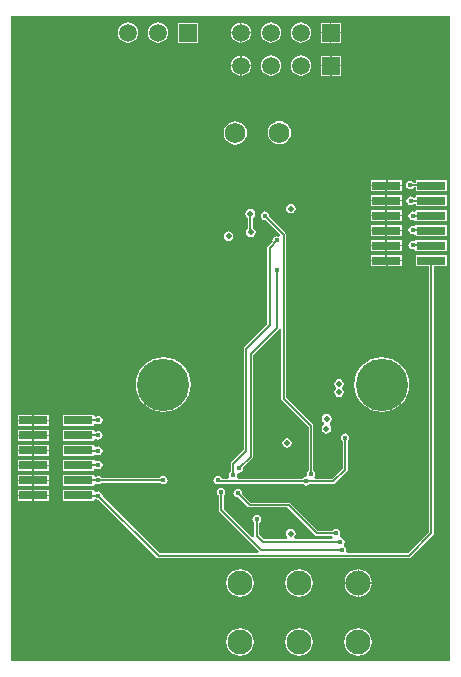
<source format=gbl>
G04*
G04 #@! TF.GenerationSoftware,Altium Limited,Altium Designer,20.0.9 (164)*
G04*
G04 Layer_Physical_Order=4*
G04 Layer_Color=16711680*
%FSLAX25Y25*%
%MOIN*%
G70*
G01*
G75*
%ADD12C,0.00787*%
%ADD52C,0.06890*%
%ADD53C,0.05906*%
%ADD54R,0.05906X0.05906*%
%ADD55C,0.08268*%
%ADD56C,0.17421*%
%ADD57C,0.01772*%
%ADD58C,0.01968*%
%ADD59C,0.02598*%
%ADD60R,0.09449X0.02992*%
G36*
X305496Y100803D02*
X159071D01*
X159071Y315733D01*
X305496D01*
Y100803D01*
D02*
G37*
%LPC*%
G36*
X269022Y313589D02*
X265869D01*
Y310436D01*
X269022D01*
Y313589D01*
D02*
G37*
G36*
X235869Y313592D02*
Y310436D01*
X239025D01*
X238936Y311111D01*
X238598Y311927D01*
X238060Y312627D01*
X237360Y313165D01*
X236544Y313503D01*
X235869Y313592D01*
D02*
G37*
G36*
X265469Y313589D02*
X262317D01*
Y310436D01*
X265469D01*
Y313589D01*
D02*
G37*
G36*
X235469Y313592D02*
X234794Y313503D01*
X233979Y313165D01*
X233278Y312627D01*
X232741Y311927D01*
X232403Y311111D01*
X232314Y310436D01*
X235469D01*
Y313592D01*
D02*
G37*
G36*
X269022Y310036D02*
X265869D01*
Y306884D01*
X269022D01*
Y310036D01*
D02*
G37*
G36*
X265469D02*
X262317D01*
Y306884D01*
X265469D01*
Y310036D01*
D02*
G37*
G36*
X221463Y313589D02*
X214757D01*
Y306884D01*
X221463D01*
Y313589D01*
D02*
G37*
G36*
X235469Y310036D02*
X232314D01*
X232403Y309361D01*
X232741Y308545D01*
X233278Y307845D01*
X233979Y307308D01*
X234794Y306970D01*
X235469Y306881D01*
Y310036D01*
D02*
G37*
G36*
X239025D02*
X235869D01*
Y306881D01*
X236544Y306970D01*
X237360Y307308D01*
X238060Y307845D01*
X238598Y308545D01*
X238936Y309361D01*
X239025Y310036D01*
D02*
G37*
G36*
X255669Y313618D02*
X254794Y313503D01*
X253978Y313165D01*
X253278Y312627D01*
X252741Y311927D01*
X252403Y311111D01*
X252288Y310236D01*
X252403Y309361D01*
X252741Y308545D01*
X253278Y307845D01*
X253978Y307308D01*
X254794Y306970D01*
X255669Y306855D01*
X256544Y306970D01*
X257360Y307308D01*
X258061Y307845D01*
X258598Y308545D01*
X258936Y309361D01*
X259051Y310236D01*
X258936Y311111D01*
X258598Y311927D01*
X258061Y312627D01*
X257360Y313165D01*
X256544Y313503D01*
X255669Y313618D01*
D02*
G37*
G36*
X245669D02*
X244794Y313503D01*
X243979Y313165D01*
X243278Y312627D01*
X242741Y311927D01*
X242403Y311111D01*
X242288Y310236D01*
X242403Y309361D01*
X242741Y308545D01*
X243278Y307845D01*
X243979Y307308D01*
X244794Y306970D01*
X245669Y306855D01*
X246545Y306970D01*
X247360Y307308D01*
X248060Y307845D01*
X248598Y308545D01*
X248936Y309361D01*
X249051Y310236D01*
X248936Y311111D01*
X248598Y311927D01*
X248060Y312627D01*
X247360Y313165D01*
X246545Y313503D01*
X245669Y313618D01*
D02*
G37*
G36*
X208110D02*
X207235Y313503D01*
X206419Y313165D01*
X205719Y312627D01*
X205182Y311927D01*
X204844Y311111D01*
X204729Y310236D01*
X204844Y309361D01*
X205182Y308545D01*
X205719Y307845D01*
X206419Y307308D01*
X207235Y306970D01*
X208110Y306855D01*
X208985Y306970D01*
X209801Y307308D01*
X210502Y307845D01*
X211039Y308545D01*
X211377Y309361D01*
X211492Y310236D01*
X211377Y311111D01*
X211039Y311927D01*
X210502Y312627D01*
X209801Y313165D01*
X208985Y313503D01*
X208110Y313618D01*
D02*
G37*
G36*
X198110D02*
X197235Y313503D01*
X196419Y313165D01*
X195719Y312627D01*
X195182Y311927D01*
X194844Y311111D01*
X194729Y310236D01*
X194844Y309361D01*
X195182Y308545D01*
X195719Y307845D01*
X196419Y307308D01*
X197235Y306970D01*
X198110Y306855D01*
X198986Y306970D01*
X199801Y307308D01*
X200501Y307845D01*
X201039Y308545D01*
X201377Y309361D01*
X201492Y310236D01*
X201377Y311111D01*
X201039Y311927D01*
X200501Y312627D01*
X199801Y313165D01*
X198986Y313503D01*
X198110Y313618D01*
D02*
G37*
G36*
X269101Y302565D02*
X265948D01*
Y299413D01*
X269101D01*
Y302565D01*
D02*
G37*
G36*
X235948Y302568D02*
Y299413D01*
X239103D01*
X239015Y300088D01*
X238677Y300903D01*
X238139Y301604D01*
X237439Y302141D01*
X236623Y302479D01*
X235948Y302568D01*
D02*
G37*
G36*
X265548Y302565D02*
X262395D01*
Y299413D01*
X265548D01*
Y302565D01*
D02*
G37*
G36*
X235548Y302568D02*
X234873Y302479D01*
X234057Y302141D01*
X233357Y301604D01*
X232819Y300903D01*
X232482Y300088D01*
X232393Y299413D01*
X235548D01*
Y302568D01*
D02*
G37*
G36*
X269101Y299013D02*
X265948D01*
Y295860D01*
X269101D01*
Y299013D01*
D02*
G37*
G36*
X265548D02*
X262395D01*
Y295860D01*
X265548D01*
Y299013D01*
D02*
G37*
G36*
X239103D02*
X235948D01*
Y295857D01*
X236623Y295946D01*
X237439Y296284D01*
X238139Y296821D01*
X238677Y297522D01*
X239015Y298337D01*
X239103Y299013D01*
D02*
G37*
G36*
X235548D02*
X232393D01*
X232482Y298337D01*
X232819Y297522D01*
X233357Y296821D01*
X234057Y296284D01*
X234873Y295946D01*
X235548Y295857D01*
Y299013D01*
D02*
G37*
G36*
X255748Y302594D02*
X254873Y302479D01*
X254057Y302141D01*
X253357Y301604D01*
X252819Y300903D01*
X252482Y300088D01*
X252366Y299213D01*
X252482Y298337D01*
X252819Y297522D01*
X253357Y296821D01*
X254057Y296284D01*
X254873Y295946D01*
X255748Y295831D01*
X256623Y295946D01*
X257439Y296284D01*
X258139Y296821D01*
X258677Y297522D01*
X259015Y298337D01*
X259130Y299213D01*
X259015Y300088D01*
X258677Y300903D01*
X258139Y301604D01*
X257439Y302141D01*
X256623Y302479D01*
X255748Y302594D01*
D02*
G37*
G36*
X245748D02*
X244873Y302479D01*
X244057Y302141D01*
X243357Y301604D01*
X242819Y300903D01*
X242482Y300088D01*
X242366Y299213D01*
X242482Y298337D01*
X242819Y297522D01*
X243357Y296821D01*
X244057Y296284D01*
X244873Y295946D01*
X245748Y295831D01*
X246623Y295946D01*
X247439Y296284D01*
X248139Y296821D01*
X248677Y297522D01*
X249014Y298337D01*
X249130Y299213D01*
X249014Y300088D01*
X248677Y300903D01*
X248139Y301604D01*
X247439Y302141D01*
X246623Y302479D01*
X245748Y302594D01*
D02*
G37*
G36*
X248524Y280748D02*
X247520Y280616D01*
X246585Y280229D01*
X245781Y279612D01*
X245165Y278809D01*
X244778Y277874D01*
X244646Y276870D01*
X244778Y275866D01*
X245165Y274931D01*
X245781Y274128D01*
X246585Y273512D01*
X247520Y273124D01*
X248524Y272992D01*
X249527Y273124D01*
X250463Y273512D01*
X251266Y274128D01*
X251882Y274931D01*
X252270Y275866D01*
X252402Y276870D01*
X252270Y277874D01*
X251882Y278809D01*
X251266Y279612D01*
X250463Y280229D01*
X249527Y280616D01*
X248524Y280748D01*
D02*
G37*
G36*
X233858Y280650D02*
X232855Y280518D01*
X231919Y280130D01*
X231116Y279514D01*
X230500Y278711D01*
X230112Y277775D01*
X229980Y276772D01*
X230112Y275768D01*
X230500Y274833D01*
X231116Y274029D01*
X231919Y273413D01*
X232855Y273026D01*
X233858Y272894D01*
X234862Y273026D01*
X235797Y273413D01*
X236600Y274029D01*
X237217Y274833D01*
X237604Y275768D01*
X237736Y276772D01*
X237604Y277775D01*
X237217Y278711D01*
X236600Y279514D01*
X235797Y280130D01*
X234862Y280518D01*
X233858Y280650D01*
D02*
G37*
G36*
X304337Y261109D02*
X294088D01*
Y260258D01*
X293252D01*
X293125Y260448D01*
X292667Y260754D01*
X292126Y260862D01*
X291585Y260754D01*
X291127Y260448D01*
X290821Y259990D01*
X290713Y259449D01*
X290821Y258908D01*
X291127Y258450D01*
X291585Y258143D01*
X292126Y258036D01*
X292667Y258143D01*
X293125Y258450D01*
X293252Y258640D01*
X294088D01*
Y257316D01*
X304337D01*
Y261109D01*
D02*
G37*
G36*
X289337D02*
X284413D01*
Y259413D01*
X289337D01*
Y261109D01*
D02*
G37*
G36*
X284013D02*
X279088D01*
Y259413D01*
X284013D01*
Y261109D01*
D02*
G37*
G36*
X289337Y259013D02*
X284413D01*
Y257316D01*
X289337D01*
Y259013D01*
D02*
G37*
G36*
X284013D02*
X279088D01*
Y257316D01*
X284013D01*
Y259013D01*
D02*
G37*
G36*
X304337Y256109D02*
X294088D01*
Y255292D01*
X293301Y255171D01*
X293273Y255212D01*
X292815Y255518D01*
X292274Y255626D01*
X291734Y255518D01*
X291275Y255212D01*
X290969Y254753D01*
X290861Y254213D01*
X290969Y253672D01*
X291275Y253214D01*
X291734Y252907D01*
X292274Y252800D01*
X292815Y252907D01*
X293273Y253214D01*
X293301Y253255D01*
X294088Y253133D01*
Y252316D01*
X304337D01*
Y256109D01*
D02*
G37*
G36*
X289337D02*
X284413D01*
Y254413D01*
X289337D01*
Y256109D01*
D02*
G37*
G36*
X284013D02*
X279088D01*
Y254413D01*
X284013D01*
Y256109D01*
D02*
G37*
G36*
X289337Y254013D02*
X284413D01*
Y252316D01*
X289337D01*
Y254013D01*
D02*
G37*
G36*
X284013D02*
X279088D01*
Y252316D01*
X284013D01*
Y254013D01*
D02*
G37*
G36*
X304337Y251109D02*
X294088D01*
Y251041D01*
X293841Y250837D01*
X293301Y250549D01*
X292913Y250626D01*
X292373Y250518D01*
X291914Y250212D01*
X291608Y249753D01*
X291500Y249213D01*
X291608Y248672D01*
X291914Y248214D01*
X292373Y247907D01*
X292913Y247800D01*
X293301Y247877D01*
X293841Y247588D01*
X294088Y247384D01*
Y247317D01*
X304337D01*
Y251109D01*
D02*
G37*
G36*
X252389Y253170D02*
X251774Y253047D01*
X251253Y252699D01*
X250905Y252179D01*
X250783Y251564D01*
X250905Y250950D01*
X251253Y250429D01*
X251774Y250081D01*
X252389Y249958D01*
X253003Y250081D01*
X253524Y250429D01*
X253872Y250950D01*
X253994Y251564D01*
X253872Y252179D01*
X253524Y252699D01*
X253003Y253047D01*
X252389Y253170D01*
D02*
G37*
G36*
X289337Y251109D02*
X284413D01*
Y249413D01*
X289337D01*
Y251109D01*
D02*
G37*
G36*
X284013D02*
X279088D01*
Y249413D01*
X284013D01*
Y251109D01*
D02*
G37*
G36*
X289337Y249013D02*
X284413D01*
Y247317D01*
X289337D01*
Y249013D01*
D02*
G37*
G36*
X284013D02*
X279088D01*
Y247317D01*
X284013D01*
Y249013D01*
D02*
G37*
G36*
X294088Y246109D02*
X293301Y245824D01*
X292913Y245901D01*
X292373Y245794D01*
X291914Y245487D01*
X291608Y245029D01*
X291500Y244488D01*
X291608Y243948D01*
X291914Y243489D01*
X292373Y243183D01*
X292913Y243075D01*
X293301Y243152D01*
X293841Y242864D01*
X294088Y242659D01*
Y242317D01*
X304337D01*
Y246109D01*
X294088D01*
X294088Y246109D01*
D02*
G37*
G36*
X289337Y246109D02*
X284413D01*
Y244413D01*
X289337D01*
Y246109D01*
D02*
G37*
G36*
X284013D02*
X279088D01*
Y244413D01*
X284013D01*
Y246109D01*
D02*
G37*
G36*
X289337Y244013D02*
X284413D01*
Y242317D01*
X289337D01*
Y244013D01*
D02*
G37*
G36*
X284013D02*
X279088D01*
Y242317D01*
X284013D01*
Y244013D01*
D02*
G37*
G36*
X243701Y250626D02*
X243160Y250518D01*
X242702Y250212D01*
X242395Y249753D01*
X242288Y249213D01*
X242395Y248672D01*
X242702Y248214D01*
X243160Y247907D01*
X243701Y247800D01*
X243925Y247844D01*
X248696Y243073D01*
X248657Y242877D01*
X248179Y242250D01*
X247638Y242358D01*
X247097Y242250D01*
X246639Y241944D01*
X246332Y241486D01*
X246225Y240945D01*
X246269Y240721D01*
X244703Y239155D01*
X244528Y238892D01*
X244466Y238583D01*
X244466Y238583D01*
Y212934D01*
X236829Y205297D01*
X236654Y205034D01*
X236592Y204724D01*
X236592Y204724D01*
Y171201D01*
X232499Y167108D01*
X232323Y166845D01*
X232262Y166535D01*
X232262Y166535D01*
Y163724D01*
X232072Y163598D01*
X231766Y163139D01*
X231658Y162598D01*
X231732Y162227D01*
X231427Y161665D01*
X231232Y161439D01*
X229283D01*
X229258Y161564D01*
X228952Y162023D01*
X228493Y162329D01*
X227953Y162437D01*
X227412Y162329D01*
X226954Y162023D01*
X226647Y161564D01*
X226540Y161024D01*
X226647Y160483D01*
X226954Y160024D01*
X227412Y159718D01*
X227953Y159611D01*
X228493Y159718D01*
X228706Y159860D01*
X228906Y159821D01*
X256354D01*
X256481Y159631D01*
X256940Y159325D01*
X257480Y159217D01*
X258021Y159325D01*
X258479Y159631D01*
X258606Y159821D01*
X266535D01*
X266535Y159821D01*
X266845Y159882D01*
X267108Y160058D01*
X271045Y163995D01*
X271045Y163995D01*
X271220Y164257D01*
X271282Y164567D01*
Y174071D01*
X271472Y174198D01*
X271778Y174656D01*
X271885Y175197D01*
X271778Y175738D01*
X271472Y176196D01*
X271013Y176502D01*
X270472Y176610D01*
X269932Y176502D01*
X269473Y176196D01*
X269167Y175738D01*
X269059Y175197D01*
X269167Y174656D01*
X269473Y174198D01*
X269663Y174071D01*
Y164902D01*
X266200Y161439D01*
X260559D01*
X260515Y161488D01*
X260210Y162227D01*
X260361Y162451D01*
X260468Y162992D01*
X260361Y163533D01*
X260054Y163991D01*
X259864Y164118D01*
Y179134D01*
X259803Y179444D01*
X259627Y179706D01*
X259627Y179706D01*
X250809Y188524D01*
Y242913D01*
X250809Y242913D01*
X250748Y243223D01*
X250572Y243486D01*
X250572Y243486D01*
X245069Y248989D01*
X245114Y249213D01*
X245006Y249753D01*
X244700Y250212D01*
X244241Y250518D01*
X243701Y250626D01*
D02*
G37*
G36*
X238779Y251409D02*
X238165Y251287D01*
X237644Y250939D01*
X237296Y250418D01*
X237174Y249803D01*
X237296Y249189D01*
X237644Y248668D01*
X238069Y248384D01*
Y244988D01*
X237841Y244836D01*
X237493Y244315D01*
X237371Y243701D01*
X237493Y243086D01*
X237841Y242565D01*
X238362Y242217D01*
X238976Y242095D01*
X239591Y242217D01*
X240112Y242565D01*
X240460Y243086D01*
X240582Y243701D01*
X240460Y244315D01*
X240112Y244836D01*
X239687Y245120D01*
Y248516D01*
X239915Y248668D01*
X240263Y249189D01*
X240385Y249803D01*
X240263Y250418D01*
X239915Y250939D01*
X239394Y251287D01*
X238779Y251409D01*
D02*
G37*
G36*
X231594Y243929D02*
X230980Y243806D01*
X230459Y243458D01*
X230111Y242937D01*
X229989Y242323D01*
X230111Y241708D01*
X230459Y241188D01*
X230980Y240839D01*
X231594Y240717D01*
X232209Y240839D01*
X232730Y241188D01*
X233078Y241708D01*
X233200Y242323D01*
X233078Y242937D01*
X232730Y243458D01*
X232209Y243806D01*
X231594Y243929D01*
D02*
G37*
G36*
X294088Y241109D02*
X293301Y240706D01*
X292913Y240783D01*
X292373Y240675D01*
X291914Y240369D01*
X291608Y239911D01*
X291500Y239370D01*
X291608Y238829D01*
X291914Y238371D01*
X292373Y238065D01*
X292913Y237957D01*
X293301Y238034D01*
X293841Y237746D01*
X294088Y237541D01*
Y237316D01*
X304337D01*
Y241109D01*
X294088D01*
X294088Y241109D01*
D02*
G37*
G36*
X289337Y241109D02*
X284413D01*
Y239413D01*
X289337D01*
Y241109D01*
D02*
G37*
G36*
X284013D02*
X279088D01*
Y239413D01*
X284013D01*
Y241109D01*
D02*
G37*
G36*
X289337Y239013D02*
X284413D01*
Y237316D01*
X289337D01*
Y239013D01*
D02*
G37*
G36*
X284013D02*
X279088D01*
Y237316D01*
X284013D01*
Y239013D01*
D02*
G37*
G36*
X289337Y236109D02*
X284413D01*
Y234413D01*
X289337D01*
Y236109D01*
D02*
G37*
G36*
X284013D02*
X279088D01*
Y234413D01*
X284013D01*
Y236109D01*
D02*
G37*
G36*
X289337Y234013D02*
X284413D01*
Y232316D01*
X289337D01*
Y234013D01*
D02*
G37*
G36*
X284013D02*
X279088D01*
Y232316D01*
X284013D01*
Y234013D01*
D02*
G37*
G36*
X268406Y194716D02*
X267791Y194594D01*
X267270Y194246D01*
X266922Y193725D01*
X266800Y193110D01*
X266922Y192496D01*
X267270Y191975D01*
Y191490D01*
X266922Y190969D01*
X266800Y190354D01*
X266922Y189740D01*
X267270Y189219D01*
X267791Y188871D01*
X268406Y188749D01*
X269020Y188871D01*
X269541Y189219D01*
X269889Y189740D01*
X270011Y190354D01*
X269889Y190969D01*
X269541Y191490D01*
Y191975D01*
X269889Y192496D01*
X270011Y193110D01*
X269889Y193725D01*
X269541Y194246D01*
X269020Y194594D01*
X268406Y194716D01*
D02*
G37*
G36*
X282677Y202068D02*
X280891Y201892D01*
X279174Y201371D01*
X277591Y200525D01*
X276204Y199387D01*
X275065Y198000D01*
X274219Y196417D01*
X273698Y194699D01*
X273522Y192913D01*
X273698Y191127D01*
X274219Y189410D01*
X275065Y187827D01*
X276204Y186440D01*
X277591Y185301D01*
X279174Y184456D01*
X280891Y183935D01*
X282677Y183759D01*
X284463Y183935D01*
X286180Y184456D01*
X287763Y185301D01*
X289151Y186440D01*
X290289Y187827D01*
X291135Y189410D01*
X291656Y191127D01*
X291832Y192913D01*
X291656Y194699D01*
X291135Y196417D01*
X290289Y198000D01*
X289151Y199387D01*
X287763Y200525D01*
X286180Y201371D01*
X284463Y201892D01*
X282677Y202068D01*
D02*
G37*
G36*
X209842D02*
X208056Y201892D01*
X206339Y201371D01*
X204756Y200525D01*
X203369Y199387D01*
X202231Y198000D01*
X201385Y196417D01*
X200864Y194699D01*
X200688Y192913D01*
X200864Y191127D01*
X201385Y189410D01*
X202231Y187827D01*
X203369Y186440D01*
X204756Y185301D01*
X206339Y184456D01*
X208056Y183935D01*
X209842Y183759D01*
X211629Y183935D01*
X213346Y184456D01*
X214929Y185301D01*
X216316Y186440D01*
X217454Y187827D01*
X218300Y189410D01*
X218821Y191127D01*
X218997Y192913D01*
X218821Y194699D01*
X218300Y196417D01*
X217454Y198000D01*
X216316Y199387D01*
X214929Y200525D01*
X213346Y201371D01*
X211629Y201892D01*
X209842Y202068D01*
D02*
G37*
G36*
X171640Y182900D02*
X166716D01*
Y181204D01*
X171640D01*
Y182900D01*
D02*
G37*
G36*
X166316D02*
X161391D01*
Y181204D01*
X166316D01*
Y182900D01*
D02*
G37*
G36*
X186640D02*
X176391D01*
Y179108D01*
X186640D01*
Y179596D01*
X186681Y179634D01*
X187428Y179944D01*
X187648Y179797D01*
X188189Y179689D01*
X188730Y179797D01*
X189188Y180103D01*
X189494Y180562D01*
X189602Y181102D01*
X189494Y181643D01*
X189188Y182102D01*
X188730Y182408D01*
X188189Y182515D01*
X187648Y182408D01*
X187428Y182260D01*
X186681Y182571D01*
X186640Y182609D01*
Y182900D01*
D02*
G37*
G36*
X171640Y180804D02*
X166716D01*
Y179108D01*
X171640D01*
Y180804D01*
D02*
G37*
G36*
X166316D02*
X161391D01*
Y179108D01*
X166316D01*
Y180804D01*
D02*
G37*
G36*
X264370Y183102D02*
X263756Y182980D01*
X263235Y182631D01*
X262887Y182111D01*
X262764Y181496D01*
X262887Y180882D01*
X263235Y180361D01*
X263302Y180316D01*
X263252Y179402D01*
X263077Y179285D01*
X262729Y178764D01*
X262607Y178150D01*
X262729Y177535D01*
X263077Y177014D01*
X263598Y176666D01*
X264213Y176544D01*
X264827Y176666D01*
X265348Y177014D01*
X265696Y177535D01*
X265818Y178150D01*
X265696Y178764D01*
X265348Y179285D01*
X265281Y179330D01*
X265330Y180244D01*
X265506Y180361D01*
X265854Y180882D01*
X265976Y181496D01*
X265854Y182111D01*
X265506Y182631D01*
X264984Y182980D01*
X264370Y183102D01*
D02*
G37*
G36*
X171640Y177900D02*
X166716D01*
Y176204D01*
X171640D01*
Y177900D01*
D02*
G37*
G36*
X166316D02*
X161391D01*
Y176204D01*
X166316D01*
Y177900D01*
D02*
G37*
G36*
X186640D02*
X176391D01*
Y174108D01*
X186640D01*
Y174478D01*
X186681Y174516D01*
X187428Y174826D01*
X187648Y174679D01*
X188189Y174571D01*
X188730Y174679D01*
X189188Y174985D01*
X189494Y175443D01*
X189602Y175984D01*
X189494Y176525D01*
X189188Y176983D01*
X188730Y177290D01*
X188189Y177397D01*
X187648Y177290D01*
X187428Y177142D01*
X186681Y177453D01*
X186640Y177491D01*
Y177900D01*
D02*
G37*
G36*
X171640Y175804D02*
X166716D01*
Y174108D01*
X171640D01*
Y175804D01*
D02*
G37*
G36*
X166316D02*
X161391D01*
Y174108D01*
X166316D01*
Y175804D01*
D02*
G37*
G36*
X171640Y172900D02*
X166716D01*
Y171204D01*
X171640D01*
Y172900D01*
D02*
G37*
G36*
X166316D02*
X161391D01*
Y171204D01*
X166316D01*
Y172900D01*
D02*
G37*
G36*
X186640D02*
X176391D01*
Y169108D01*
X186640D01*
Y169359D01*
X186681Y169397D01*
X187428Y169708D01*
X187648Y169561D01*
X188189Y169453D01*
X188730Y169561D01*
X189188Y169867D01*
X189494Y170325D01*
X189602Y170866D01*
X189494Y171407D01*
X189188Y171865D01*
X188730Y172172D01*
X188189Y172279D01*
X187648Y172172D01*
X187428Y172024D01*
X186681Y172335D01*
X186640Y172373D01*
Y172900D01*
D02*
G37*
G36*
X171640Y170804D02*
X166716D01*
Y169108D01*
X171640D01*
Y170804D01*
D02*
G37*
G36*
X166316D02*
X161391D01*
Y169108D01*
X166316D01*
Y170804D01*
D02*
G37*
G36*
X171640Y167900D02*
X166716D01*
Y166204D01*
X171640D01*
Y167900D01*
D02*
G37*
G36*
X166316D02*
X161391D01*
Y166204D01*
X166316D01*
Y167900D01*
D02*
G37*
G36*
X186640D02*
X176391D01*
Y164108D01*
X186640D01*
Y164635D01*
X186681Y164673D01*
X187428Y164984D01*
X187648Y164836D01*
X188189Y164729D01*
X188730Y164836D01*
X189188Y165143D01*
X189494Y165601D01*
X189602Y166142D01*
X189494Y166682D01*
X189188Y167141D01*
X188730Y167447D01*
X188189Y167555D01*
X187648Y167447D01*
X187428Y167300D01*
X186681Y167610D01*
X186640Y167648D01*
Y167900D01*
D02*
G37*
G36*
X171640Y165804D02*
X166716D01*
Y164108D01*
X171640D01*
Y165804D01*
D02*
G37*
G36*
X166316D02*
X161391D01*
Y164108D01*
X166316D01*
Y165804D01*
D02*
G37*
G36*
X171640Y162900D02*
X166716D01*
Y161204D01*
X171640D01*
Y162900D01*
D02*
G37*
G36*
X166316D02*
X161391D01*
Y161204D01*
X166316D01*
Y162900D01*
D02*
G37*
G36*
X186640D02*
X176391D01*
Y159108D01*
X186640D01*
Y159517D01*
X186681Y159555D01*
X187428Y159866D01*
X187648Y159718D01*
X188189Y159611D01*
X188730Y159718D01*
X189188Y160024D01*
X189315Y160214D01*
X208717D01*
X208843Y160024D01*
X209302Y159718D01*
X209842Y159611D01*
X210383Y159718D01*
X210842Y160024D01*
X211148Y160483D01*
X211256Y161024D01*
X211148Y161564D01*
X210842Y162023D01*
X210383Y162329D01*
X209842Y162437D01*
X209302Y162329D01*
X208843Y162023D01*
X208717Y161833D01*
X189315D01*
X189188Y162023D01*
X188730Y162329D01*
X188189Y162437D01*
X187648Y162329D01*
X187428Y162182D01*
X186681Y162492D01*
X186640Y162530D01*
Y162900D01*
D02*
G37*
G36*
X171640Y160804D02*
X166716D01*
Y159108D01*
X171640D01*
Y160804D01*
D02*
G37*
G36*
X166316D02*
X161391D01*
Y159108D01*
X166316D01*
Y160804D01*
D02*
G37*
G36*
X171640Y157900D02*
X166716D01*
Y156204D01*
X171640D01*
Y157900D01*
D02*
G37*
G36*
X166316D02*
X161391D01*
Y156204D01*
X166316D01*
Y157900D01*
D02*
G37*
G36*
X171640Y155804D02*
X166716D01*
Y154108D01*
X171640D01*
Y155804D01*
D02*
G37*
G36*
X166316D02*
X161391D01*
Y154108D01*
X166316D01*
Y155804D01*
D02*
G37*
G36*
X304337Y236109D02*
X294088D01*
Y232316D01*
X298403D01*
Y143642D01*
X291397Y136636D01*
X271130D01*
X270936Y136862D01*
X270630Y137423D01*
X270704Y137795D01*
X270597Y138336D01*
X270290Y138794D01*
X270235Y138831D01*
X269948Y139444D01*
X270072Y139815D01*
X270203Y140010D01*
X270311Y140551D01*
X270203Y141092D01*
X269897Y141550D01*
X269438Y141857D01*
X269023Y141939D01*
X268734Y142356D01*
X268587Y142705D01*
X268628Y142766D01*
X268736Y143307D01*
X268628Y143848D01*
X268322Y144306D01*
X267863Y144613D01*
X267323Y144720D01*
X266782Y144613D01*
X266324Y144306D01*
X266197Y144116D01*
X261359D01*
X252147Y153328D01*
X251885Y153504D01*
X251575Y153565D01*
X251575Y153565D01*
X238918D01*
X236014Y156469D01*
X236059Y156693D01*
X235951Y157234D01*
X235645Y157692D01*
X235186Y157998D01*
X234646Y158106D01*
X234105Y157998D01*
X233646Y157692D01*
X233340Y157234D01*
X233233Y156693D01*
X233340Y156152D01*
X233646Y155694D01*
X234105Y155387D01*
X234646Y155280D01*
X234870Y155324D01*
X238010Y152184D01*
X238273Y152008D01*
X238583Y151947D01*
X238583Y151947D01*
X251240D01*
X260451Y142735D01*
X260714Y142559D01*
X261024Y142498D01*
X261024Y142498D01*
X266038D01*
X266423Y142093D01*
X266134Y141306D01*
X253674D01*
X253435Y142093D01*
X253438Y142095D01*
X253786Y142616D01*
X253908Y143231D01*
X253786Y143845D01*
X253438Y144366D01*
X252917Y144714D01*
X252303Y144836D01*
X251688Y144714D01*
X251167Y144366D01*
X250819Y143845D01*
X250697Y143231D01*
X250819Y142616D01*
X251167Y142095D01*
X251170Y142093D01*
X250932Y141306D01*
X243303D01*
X241754Y142855D01*
Y146906D01*
X241944Y147032D01*
X242250Y147491D01*
X242358Y148031D01*
X242250Y148572D01*
X241944Y149031D01*
X241486Y149337D01*
X240945Y149444D01*
X240404Y149337D01*
X239946Y149031D01*
X239639Y148572D01*
X239532Y148031D01*
X239639Y147491D01*
X239946Y147032D01*
X240136Y146906D01*
Y142520D01*
X240136Y142520D01*
X240156Y142417D01*
X239772Y142105D01*
X239469Y141990D01*
X229943Y151516D01*
Y155961D01*
X230133Y156088D01*
X230439Y156546D01*
X230547Y157087D01*
X230439Y157627D01*
X230133Y158086D01*
X229675Y158392D01*
X229134Y158500D01*
X228593Y158392D01*
X228135Y158086D01*
X227829Y157627D01*
X227721Y157087D01*
X227829Y156546D01*
X228135Y156088D01*
X228325Y155961D01*
Y151181D01*
X228325Y151181D01*
X228386Y150871D01*
X228562Y150609D01*
X241747Y137423D01*
X241464Y136636D01*
X208603D01*
X189557Y155682D01*
X189602Y155905D01*
X189494Y156446D01*
X189188Y156905D01*
X188730Y157211D01*
X188189Y157318D01*
X187648Y157211D01*
X187428Y157063D01*
X186681Y157374D01*
X186640Y157412D01*
Y157900D01*
X176391D01*
Y154108D01*
X186640D01*
Y154399D01*
X186681Y154437D01*
X187428Y154748D01*
X187648Y154600D01*
X188189Y154492D01*
X188413Y154537D01*
X207696Y135255D01*
X207696Y135255D01*
X207958Y135079D01*
X208268Y135018D01*
X208268Y135018D01*
X291732D01*
X291732Y135018D01*
X292042Y135079D01*
X292304Y135255D01*
X299785Y142735D01*
X299960Y142997D01*
X300022Y143307D01*
X300022Y143307D01*
Y232316D01*
X304337D01*
Y236109D01*
D02*
G37*
G36*
X275003Y131318D02*
Y126972D01*
X279350D01*
X279220Y127955D01*
X278764Y129058D01*
X278037Y130005D01*
X277090Y130732D01*
X275987Y131189D01*
X275003Y131318D01*
D02*
G37*
G36*
X274603D02*
X273620Y131189D01*
X272517Y130732D01*
X271570Y130005D01*
X270843Y129058D01*
X270386Y127955D01*
X270256Y126972D01*
X274603D01*
Y131318D01*
D02*
G37*
G36*
X279350Y126572D02*
X275003D01*
Y122225D01*
X275987Y122354D01*
X277090Y122811D01*
X278037Y123538D01*
X278764Y124485D01*
X279220Y125588D01*
X279350Y126572D01*
D02*
G37*
G36*
X274603D02*
X270256D01*
X270386Y125588D01*
X270843Y124485D01*
X271570Y123538D01*
X272517Y122811D01*
X273620Y122354D01*
X274603Y122225D01*
Y126572D01*
D02*
G37*
G36*
X255118Y131345D02*
X253935Y131189D01*
X252832Y130732D01*
X251885Y130005D01*
X251158Y129058D01*
X250701Y127955D01*
X250545Y126772D01*
X250701Y125588D01*
X251158Y124485D01*
X251885Y123538D01*
X252832Y122811D01*
X253935Y122354D01*
X255118Y122199D01*
X256302Y122354D01*
X257405Y122811D01*
X258352Y123538D01*
X259078Y124485D01*
X259535Y125588D01*
X259691Y126772D01*
X259535Y127955D01*
X259078Y129058D01*
X258352Y130005D01*
X257405Y130732D01*
X256302Y131189D01*
X255118Y131345D01*
D02*
G37*
G36*
X235433D02*
X234249Y131189D01*
X233147Y130732D01*
X232200Y130005D01*
X231473Y129058D01*
X231016Y127955D01*
X230860Y126772D01*
X231016Y125588D01*
X231473Y124485D01*
X232200Y123538D01*
X233147Y122811D01*
X234249Y122354D01*
X235433Y122199D01*
X236617Y122354D01*
X237720Y122811D01*
X238667Y123538D01*
X239393Y124485D01*
X239850Y125588D01*
X240006Y126772D01*
X239850Y127955D01*
X239393Y129058D01*
X238667Y130005D01*
X237720Y130732D01*
X236617Y131189D01*
X235433Y131345D01*
D02*
G37*
G36*
X274803Y111660D02*
X273620Y111504D01*
X272517Y111047D01*
X271570Y110320D01*
X270843Y109373D01*
X270386Y108270D01*
X270230Y107087D01*
X270386Y105903D01*
X270843Y104800D01*
X271570Y103853D01*
X272517Y103126D01*
X273620Y102670D01*
X274803Y102514D01*
X275987Y102670D01*
X277090Y103126D01*
X278037Y103853D01*
X278764Y104800D01*
X279220Y105903D01*
X279376Y107087D01*
X279220Y108270D01*
X278764Y109373D01*
X278037Y110320D01*
X277090Y111047D01*
X275987Y111504D01*
X274803Y111660D01*
D02*
G37*
G36*
X255118D02*
X253935Y111504D01*
X252832Y111047D01*
X251885Y110320D01*
X251158Y109373D01*
X250701Y108270D01*
X250545Y107087D01*
X250701Y105903D01*
X251158Y104800D01*
X251885Y103853D01*
X252832Y103126D01*
X253935Y102670D01*
X255118Y102514D01*
X256302Y102670D01*
X257405Y103126D01*
X258352Y103853D01*
X259078Y104800D01*
X259535Y105903D01*
X259691Y107087D01*
X259535Y108270D01*
X259078Y109373D01*
X258352Y110320D01*
X257405Y111047D01*
X256302Y111504D01*
X255118Y111660D01*
D02*
G37*
G36*
X235433D02*
X234249Y111504D01*
X233147Y111047D01*
X232200Y110320D01*
X231473Y109373D01*
X231016Y108270D01*
X230860Y107087D01*
X231016Y105903D01*
X231473Y104800D01*
X232200Y103853D01*
X233147Y103126D01*
X234249Y102670D01*
X235433Y102514D01*
X236617Y102670D01*
X237720Y103126D01*
X238667Y103853D01*
X239393Y104800D01*
X239850Y105903D01*
X240006Y107087D01*
X239850Y108270D01*
X239393Y109373D01*
X238667Y110320D01*
X237720Y111047D01*
X236617Y111504D01*
X235433Y111660D01*
D02*
G37*
%LPD*%
G36*
X249191Y211514D02*
Y188189D01*
X249191Y188189D01*
X249252Y187879D01*
X249428Y187617D01*
X258246Y178799D01*
Y164118D01*
X258056Y163991D01*
X257750Y163533D01*
X257642Y162992D01*
X257679Y162806D01*
X257546Y162296D01*
X257123Y161972D01*
X256940Y161935D01*
X256481Y161629D01*
X256354Y161439D01*
X234910D01*
X234715Y161665D01*
X234410Y162227D01*
X234484Y162598D01*
X234431Y162866D01*
X234887Y163455D01*
X235037Y163548D01*
X235039Y163548D01*
X235580Y163655D01*
X236038Y163962D01*
X236345Y164420D01*
X236452Y164961D01*
X236408Y165185D01*
X239549Y168325D01*
X239549Y168325D01*
X239724Y168588D01*
X239786Y168898D01*
Y202814D01*
X248210Y211239D01*
X248210Y211239D01*
X248385Y211501D01*
X248403Y211591D01*
X249191Y211514D01*
D02*
G37*
%LPC*%
G36*
X251083Y175031D02*
X250468Y174909D01*
X249947Y174561D01*
X249599Y174040D01*
X249477Y173425D01*
X249599Y172811D01*
X249947Y172290D01*
X250468Y171942D01*
X251083Y171819D01*
X251697Y171942D01*
X252218Y172290D01*
X252566Y172811D01*
X252688Y173425D01*
X252566Y174040D01*
X252218Y174561D01*
X251697Y174909D01*
X251083Y175031D01*
D02*
G37*
%LPD*%
D12*
X166516Y156004D02*
Y181004D01*
Y156004D02*
X166535Y155984D01*
Y152756D02*
Y155984D01*
Y181024D02*
Y184646D01*
X166516Y181004D02*
X166535Y181024D01*
X261024Y143307D02*
X267323D01*
X251575Y152756D02*
X261024Y143307D01*
X234646Y156693D02*
X238583Y152756D01*
X251575D01*
X229134Y151181D02*
Y157087D01*
Y151181D02*
X242520Y137795D01*
X269291D01*
X240945Y142520D02*
Y148031D01*
X268843Y140497D02*
X268898Y140551D01*
X242968Y140497D02*
X268843D01*
X240945Y142520D02*
X242968Y140497D01*
X299055Y239370D02*
X299213Y239213D01*
X292913Y239370D02*
X299055D01*
X298937Y244488D02*
X299213Y244213D01*
X292913Y244488D02*
X298937D01*
X292913Y249213D02*
X299213D01*
X284213Y254213D02*
Y259213D01*
Y234213D02*
Y259213D01*
Y249213D02*
Y259213D01*
X233071Y162598D02*
Y166535D01*
X237402Y170866D01*
Y204724D01*
X235039Y164961D02*
X238976Y168898D01*
X257480Y160630D02*
X266535D01*
X270472Y164567D02*
Y175197D01*
X266535Y160630D02*
X270472Y164567D01*
X259055Y162992D02*
Y179134D01*
X250000Y188189D02*
X259055Y179134D01*
X243701Y249213D02*
X250000Y242913D01*
Y188189D02*
Y242913D01*
X238976Y203150D02*
X247638Y211811D01*
Y231102D01*
X238976Y168898D02*
Y203150D01*
X237402Y204724D02*
X245276Y212598D01*
Y238583D01*
X247638Y240945D01*
X284213Y234213D02*
X284252Y234173D01*
Y231102D02*
Y234173D01*
Y259252D02*
Y262598D01*
X284213Y259213D02*
X284252Y259252D01*
X298976Y259449D02*
X299213Y259213D01*
X292126Y259449D02*
X298976D01*
X291999Y253937D02*
X292274Y254213D01*
X299213D01*
X227953Y161024D02*
X228141Y160835D01*
X228906Y160630D02*
X257480D01*
X228701Y160835D02*
X228906Y160630D01*
X228141Y160835D02*
X228701D01*
X188189Y155905D02*
X208268Y135827D01*
X291732D01*
X299213Y143307D02*
Y234213D01*
X291732Y135827D02*
X299213Y143307D01*
X188189Y161024D02*
X209842D01*
X181516Y181004D02*
X181614Y181102D01*
X188189D01*
X181516Y176004D02*
X181535Y175984D01*
X188189D01*
X181516Y171004D02*
X181653Y170866D01*
X188189D01*
X181516Y166004D02*
X181653Y166142D01*
X188189D01*
X181516Y156004D02*
X181614Y155905D01*
X188189D01*
X181516Y161004D02*
X181535Y161024D01*
X188189D01*
X238878Y243799D02*
X238976Y243701D01*
X238878Y243799D02*
Y249705D01*
X238779Y249803D02*
X238878Y249705D01*
D52*
X248524Y276870D02*
D03*
X233858Y276772D02*
D03*
D53*
X198110Y310236D02*
D03*
X208110D02*
D03*
X255669D02*
D03*
X245669D02*
D03*
X235669D02*
D03*
X255748Y299213D02*
D03*
X245748D02*
D03*
X235748D02*
D03*
D54*
X218110Y310236D02*
D03*
X265669D02*
D03*
X265748Y299213D02*
D03*
D55*
X274803Y107087D02*
D03*
X255118D02*
D03*
X235433D02*
D03*
X274803Y126772D02*
D03*
X255118D02*
D03*
X235433D02*
D03*
D56*
X282677Y192913D02*
D03*
X209842D02*
D03*
D57*
X166535Y152756D02*
D03*
Y184646D02*
D03*
X229134Y157087D02*
D03*
X234646Y156693D02*
D03*
X267323Y143307D02*
D03*
X240945Y148031D02*
D03*
X268898Y140551D02*
D03*
X269291Y137795D02*
D03*
X292913Y239370D02*
D03*
Y244488D02*
D03*
Y249213D02*
D03*
X270472Y175197D02*
D03*
X259055Y162992D02*
D03*
X247638Y231102D02*
D03*
Y240945D02*
D03*
X233071Y162598D02*
D03*
X235039Y164961D02*
D03*
X243701Y249213D02*
D03*
X284252Y231102D02*
D03*
Y262598D02*
D03*
X292126Y259449D02*
D03*
X292274Y254213D02*
D03*
X257480Y160630D02*
D03*
X227953Y161024D02*
D03*
X209842D02*
D03*
X188189Y181102D02*
D03*
Y175984D02*
D03*
Y170866D02*
D03*
Y166142D02*
D03*
Y155905D02*
D03*
Y161024D02*
D03*
D58*
X267913Y153150D02*
D03*
X251083Y176969D02*
D03*
X244856Y142465D02*
D03*
X245413Y172253D02*
D03*
X251083Y173425D02*
D03*
X252303Y143231D02*
D03*
X252389Y251564D02*
D03*
X257382Y195669D02*
D03*
X258268Y191535D02*
D03*
X268406Y190354D02*
D03*
Y193110D02*
D03*
X264370Y181496D02*
D03*
X264213Y178150D02*
D03*
X231594Y242323D02*
D03*
X253740Y233858D02*
D03*
Y237894D02*
D03*
X227264Y247736D02*
D03*
X227362Y250886D02*
D03*
X242618Y236024D02*
D03*
X238779Y249803D02*
D03*
X238976Y243701D02*
D03*
X231791Y238189D02*
D03*
X252387Y255023D02*
D03*
X252264Y259449D02*
D03*
X241732Y257087D02*
D03*
X264862Y205512D02*
D03*
X261122D02*
D03*
X257382D02*
D03*
X236319Y261238D02*
D03*
D59*
X248819Y162992D02*
D03*
X248819Y158268D02*
D03*
X244094Y162992D02*
D03*
Y158268D02*
D03*
D60*
X284213Y234213D02*
D03*
X299213D02*
D03*
X284213Y239213D02*
D03*
X299213D02*
D03*
X284213Y244213D02*
D03*
X299213D02*
D03*
X284213Y249213D02*
D03*
X299213D02*
D03*
X284213Y254213D02*
D03*
X299213D02*
D03*
X284213Y259213D02*
D03*
X299213D02*
D03*
X166516Y156004D02*
D03*
X181516D02*
D03*
X166516Y161004D02*
D03*
X181516D02*
D03*
X166516Y166004D02*
D03*
X181516D02*
D03*
X166516Y171004D02*
D03*
X181516D02*
D03*
X166516Y176004D02*
D03*
X181516D02*
D03*
X166516Y181004D02*
D03*
X181516D02*
D03*
M02*

</source>
